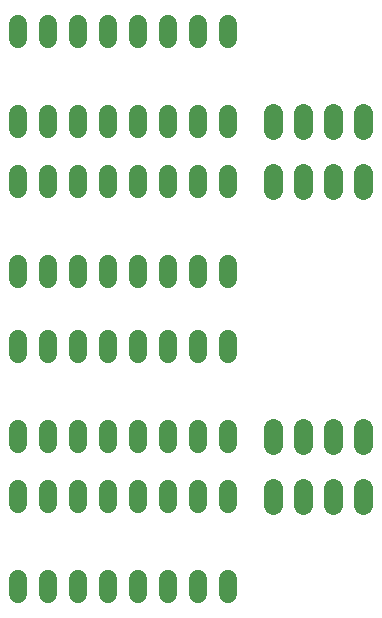
<source format=gbr>
G04 EAGLE Gerber RS-274X export*
G75*
%MOMM*%
%FSLAX34Y34*%
%LPD*%
%INSoldermask Top*%
%IPPOS*%
%AMOC8*
5,1,8,0,0,1.08239X$1,22.5*%
G01*
%ADD10C,1.625600*%
%ADD11C,1.524000*%


D10*
X406400Y602488D02*
X406400Y616712D01*
X431800Y616712D02*
X431800Y602488D01*
X457200Y602488D02*
X457200Y616712D01*
X482600Y616712D02*
X482600Y602488D01*
X406400Y565912D02*
X406400Y551688D01*
X431800Y551688D02*
X431800Y565912D01*
X457200Y565912D02*
X457200Y551688D01*
X482600Y551688D02*
X482600Y565912D01*
D11*
X190500Y602996D02*
X190500Y616204D01*
X215900Y616204D02*
X215900Y602996D01*
X342900Y602996D02*
X342900Y616204D01*
X368300Y616204D02*
X368300Y602996D01*
X241300Y602996D02*
X241300Y616204D01*
X266700Y616204D02*
X266700Y602996D01*
X317500Y602996D02*
X317500Y616204D01*
X292100Y616204D02*
X292100Y602996D01*
X368300Y679196D02*
X368300Y692404D01*
X342900Y692404D02*
X342900Y679196D01*
X317500Y679196D02*
X317500Y692404D01*
X292100Y692404D02*
X292100Y679196D01*
X266700Y679196D02*
X266700Y692404D01*
X241300Y692404D02*
X241300Y679196D01*
X215900Y679196D02*
X215900Y692404D01*
X190500Y692404D02*
X190500Y679196D01*
X190500Y489204D02*
X190500Y475996D01*
X215900Y475996D02*
X215900Y489204D01*
X342900Y489204D02*
X342900Y475996D01*
X368300Y475996D02*
X368300Y489204D01*
X241300Y489204D02*
X241300Y475996D01*
X266700Y475996D02*
X266700Y489204D01*
X317500Y489204D02*
X317500Y475996D01*
X292100Y475996D02*
X292100Y489204D01*
X368300Y552196D02*
X368300Y565404D01*
X342900Y565404D02*
X342900Y552196D01*
X317500Y552196D02*
X317500Y565404D01*
X292100Y565404D02*
X292100Y552196D01*
X266700Y552196D02*
X266700Y565404D01*
X241300Y565404D02*
X241300Y552196D01*
X215900Y552196D02*
X215900Y565404D01*
X190500Y565404D02*
X190500Y552196D01*
X190500Y349504D02*
X190500Y336296D01*
X215900Y336296D02*
X215900Y349504D01*
X342900Y349504D02*
X342900Y336296D01*
X368300Y336296D02*
X368300Y349504D01*
X241300Y349504D02*
X241300Y336296D01*
X266700Y336296D02*
X266700Y349504D01*
X317500Y349504D02*
X317500Y336296D01*
X292100Y336296D02*
X292100Y349504D01*
X368300Y412496D02*
X368300Y425704D01*
X342900Y425704D02*
X342900Y412496D01*
X317500Y412496D02*
X317500Y425704D01*
X292100Y425704D02*
X292100Y412496D01*
X266700Y412496D02*
X266700Y425704D01*
X241300Y425704D02*
X241300Y412496D01*
X215900Y412496D02*
X215900Y425704D01*
X190500Y425704D02*
X190500Y412496D01*
X190500Y222504D02*
X190500Y209296D01*
X215900Y209296D02*
X215900Y222504D01*
X342900Y222504D02*
X342900Y209296D01*
X368300Y209296D02*
X368300Y222504D01*
X241300Y222504D02*
X241300Y209296D01*
X266700Y209296D02*
X266700Y222504D01*
X317500Y222504D02*
X317500Y209296D01*
X292100Y209296D02*
X292100Y222504D01*
X368300Y285496D02*
X368300Y298704D01*
X342900Y298704D02*
X342900Y285496D01*
X317500Y285496D02*
X317500Y298704D01*
X292100Y298704D02*
X292100Y285496D01*
X266700Y285496D02*
X266700Y298704D01*
X241300Y298704D02*
X241300Y285496D01*
X215900Y285496D02*
X215900Y298704D01*
X190500Y298704D02*
X190500Y285496D01*
D10*
X406400Y335788D02*
X406400Y350012D01*
X431800Y350012D02*
X431800Y335788D01*
X457200Y335788D02*
X457200Y350012D01*
X482600Y350012D02*
X482600Y335788D01*
X406400Y299212D02*
X406400Y284988D01*
X431800Y284988D02*
X431800Y299212D01*
X457200Y299212D02*
X457200Y284988D01*
X482600Y284988D02*
X482600Y299212D01*
M02*

</source>
